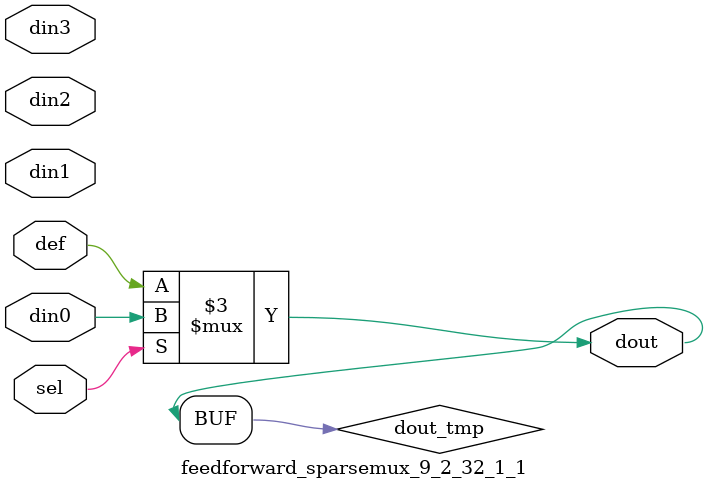
<source format=v>
`timescale 1ns / 1ps

module feedforward_sparsemux_9_2_32_1_1 (din0,din1,din2,din3,def,sel,dout);

parameter din0_WIDTH = 1;

parameter din1_WIDTH = 1;

parameter din2_WIDTH = 1;

parameter din3_WIDTH = 1;

parameter def_WIDTH = 1;
parameter sel_WIDTH = 1;
parameter dout_WIDTH = 1;

parameter [sel_WIDTH-1:0] CASE0 = 1;

parameter [sel_WIDTH-1:0] CASE1 = 1;

parameter [sel_WIDTH-1:0] CASE2 = 1;

parameter [sel_WIDTH-1:0] CASE3 = 1;

parameter ID = 1;
parameter NUM_STAGE = 1;



input [din0_WIDTH-1:0] din0;

input [din1_WIDTH-1:0] din1;

input [din2_WIDTH-1:0] din2;

input [din3_WIDTH-1:0] din3;

input [def_WIDTH-1:0] def;
input [sel_WIDTH-1:0] sel;

output [dout_WIDTH-1:0] dout;



reg [dout_WIDTH-1:0] dout_tmp;


always @ (*) begin
(* parallel_case *) case (sel)
    
    CASE0 : dout_tmp = din0;
    
    CASE1 : dout_tmp = din1;
    
    CASE2 : dout_tmp = din2;
    
    CASE3 : dout_tmp = din3;
    
    default : dout_tmp = def;
endcase
end


assign dout = dout_tmp;



endmodule

</source>
